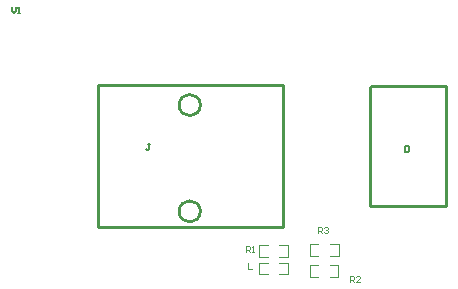
<source format=gto>
%FSLAX25Y25*%
%MOIN*%
G70*
G01*
G75*
%ADD10R,0.02362X0.03150*%
%ADD11R,0.11811X0.03937*%
%ADD12R,0.11811X0.05906*%
%ADD13C,0.01000*%
%ADD14C,0.07874*%
%ADD15C,0.03937*%
%ADD16C,0.23622*%
%ADD17C,0.00300*%
%ADD18C,0.00500*%
%ADD19C,0.00394*%
D13*
X65402Y28890D02*
G03*
X65402Y28890I-3543J0D01*
G01*
Y64323D02*
G03*
X65402Y64323I-3543J0D01*
G01*
X147358Y30606D02*
Y70606D01*
X122358D02*
X147358D01*
X121858Y70106D02*
X122358Y70606D01*
X121858Y30606D02*
Y70106D01*
Y30606D02*
X147358D01*
X31358Y23606D02*
Y71106D01*
Y23606D02*
X92858D01*
Y71106D01*
X31358D02*
X92858D01*
D17*
X85039Y17717D02*
X87795D01*
X85039Y13780D02*
X87795D01*
X85039D02*
Y17717D01*
X94488Y13780D02*
Y17717D01*
X91732D02*
X94488D01*
X91732Y13780D02*
X94488D01*
X85039Y11811D02*
X87795D01*
X85039Y7874D02*
X87795D01*
X85039D02*
Y11811D01*
X94488Y7874D02*
Y11811D01*
X91732D02*
X94488D01*
X91732Y7874D02*
X94488D01*
X102012Y18075D02*
X104768D01*
X102012Y14138D02*
X104768D01*
X102012D02*
Y18075D01*
X111461Y14138D02*
Y18075D01*
X108705D02*
X111461D01*
X108705Y14138D02*
X111461D01*
X101969Y11024D02*
X104724D01*
X101969Y7087D02*
X104724D01*
X101969D02*
Y11024D01*
X111417Y7087D02*
Y11024D01*
X108661D02*
X111417D01*
X108661Y7087D02*
X111417D01*
D18*
X48577Y51212D02*
X47910D01*
X48244D01*
Y49546D01*
X47910Y49213D01*
X47577D01*
X47244Y49546D01*
X133465Y50818D02*
Y48819D01*
X134464D01*
X134798Y49152D01*
Y50485D01*
X134464Y50818D01*
X133465D01*
X2500Y96999D02*
Y95666D01*
X3167Y95000D01*
X3833Y95666D01*
Y96999D01*
X4499Y95000D02*
X5166D01*
X4833D01*
Y96999D01*
X4499Y96666D01*
D19*
X80709Y15354D02*
Y17322D01*
X81693D01*
X82021Y16994D01*
Y16338D01*
X81693Y16010D01*
X80709D01*
X81365D02*
X82021Y15354D01*
X82677D02*
X83333D01*
X83004D01*
Y17322D01*
X82677Y16994D01*
X81200Y11568D02*
Y9600D01*
X82512D01*
X104724Y21654D02*
Y23621D01*
X105708D01*
X106036Y23293D01*
Y22637D01*
X105708Y22309D01*
X104724D01*
X105380D02*
X106036Y21654D01*
X106692Y23293D02*
X107020Y23621D01*
X107676D01*
X108004Y23293D01*
Y22965D01*
X107676Y22637D01*
X107348D01*
X107676D01*
X108004Y22309D01*
Y21982D01*
X107676Y21654D01*
X107020D01*
X106692Y21982D01*
X115354Y5512D02*
Y7480D01*
X116338D01*
X116666Y7152D01*
Y6496D01*
X116338Y6168D01*
X115354D01*
X116010D02*
X116666Y5512D01*
X118634D02*
X117322D01*
X118634Y6824D01*
Y7152D01*
X118306Y7480D01*
X117650D01*
X117322Y7152D01*
M02*

</source>
